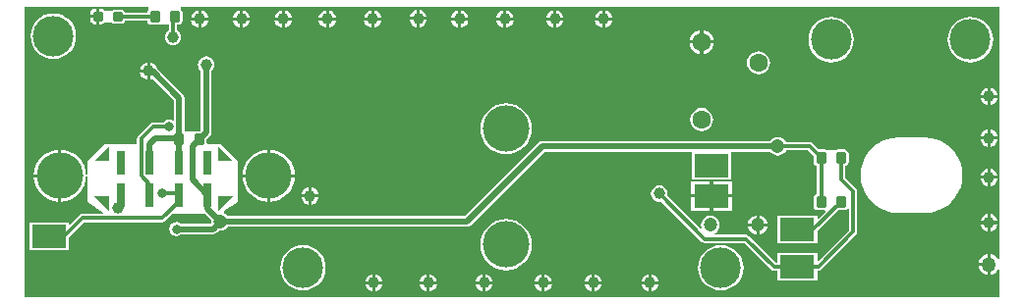
<source format=gtl>
G04 Layer_Physical_Order=1*
G04 Layer_Color=255*
%FSLAX42Y42*%
%MOMM*%
G71*
G01*
G75*
%ADD10R,3.00X2.00*%
G04:AMPARAMS|DCode=11|XSize=0.8mm|YSize=0.8mm|CornerRadius=0.1mm|HoleSize=0mm|Usage=FLASHONLY|Rotation=180.000|XOffset=0mm|YOffset=0mm|HoleType=Round|Shape=RoundedRectangle|*
%AMROUNDEDRECTD11*
21,1,0.80,0.60,0,0,180.0*
21,1,0.60,0.80,0,0,180.0*
1,1,0.20,-0.30,0.30*
1,1,0.20,0.30,0.30*
1,1,0.20,0.30,-0.30*
1,1,0.20,-0.30,-0.30*
%
%ADD11ROUNDEDRECTD11*%
%ADD12R,0.80X2.00*%
G04:AMPARAMS|DCode=13|XSize=1mm|YSize=0.9mm|CornerRadius=0.11mm|HoleSize=0mm|Usage=FLASHONLY|Rotation=90.000|XOffset=0mm|YOffset=0mm|HoleType=Round|Shape=RoundedRectangle|*
%AMROUNDEDRECTD13*
21,1,1.00,0.68,0,0,90.0*
21,1,0.78,0.90,0,0,90.0*
1,1,0.23,0.34,0.39*
1,1,0.23,0.34,-0.39*
1,1,0.23,-0.34,-0.39*
1,1,0.23,-0.34,0.39*
%
%ADD13ROUNDEDRECTD13*%
%ADD14C,0.30*%
%ADD15C,0.50*%
%ADD16C,3.50*%
%ADD17C,1.60*%
%ADD18C,4.00*%
%ADD19C,1.20*%
%ADD20C,1.00*%
%ADD21C,0.80*%
%ADD22C,1.27*%
G36*
X8450Y379D02*
X8439Y375D01*
X8437Y375D01*
X8423Y393D01*
X8405Y408D01*
X8383Y417D01*
X8373Y418D01*
Y330D01*
Y242D01*
X8383Y243D01*
X8405Y252D01*
X8423Y267D01*
X8437Y285D01*
X8439Y285D01*
X8450Y281D01*
Y160D01*
Y50D01*
X8300Y50D01*
X50D01*
Y2550D01*
X1119D01*
X1120Y2548D01*
X1119Y2531D01*
X1112Y2521D01*
X1109Y2509D01*
Y2506D01*
X914D01*
X913Y2512D01*
X907Y2522D01*
X897Y2528D01*
X885Y2531D01*
X825D01*
X813Y2528D01*
X803Y2522D01*
X802Y2520D01*
X744D01*
X741Y2526D01*
X729Y2533D01*
X715Y2536D01*
X698D01*
Y2470D01*
Y2404D01*
X715D01*
X729Y2407D01*
X741Y2414D01*
X744Y2420D01*
X802D01*
X803Y2418D01*
X813Y2412D01*
X825Y2409D01*
X885D01*
X897Y2412D01*
X907Y2418D01*
X913Y2428D01*
X914Y2434D01*
X1109D01*
Y2431D01*
X1112Y2419D01*
X1119Y2409D01*
X1129Y2402D01*
X1141Y2399D01*
X1209D01*
X1219Y2401D01*
X1220Y2400D01*
X1294D01*
Y2351D01*
X1280Y2340D01*
X1269Y2325D01*
X1262Y2308D01*
X1259Y2290D01*
X1262Y2272D01*
X1269Y2255D01*
X1280Y2240D01*
X1295Y2229D01*
X1312Y2222D01*
X1330Y2219D01*
X1348Y2222D01*
X1365Y2229D01*
X1380Y2240D01*
X1391Y2255D01*
X1398Y2272D01*
X1401Y2290D01*
X1398Y2308D01*
X1391Y2325D01*
X1380Y2340D01*
X1366Y2351D01*
Y2399D01*
X1379D01*
X1391Y2402D01*
X1401Y2409D01*
X1408Y2419D01*
X1411Y2431D01*
Y2509D01*
X1408Y2521D01*
X1401Y2531D01*
X1400Y2548D01*
X1401Y2550D01*
X8450Y2550D01*
X8450Y379D01*
D02*
G37*
%LPC*%
G36*
X672Y2536D02*
X655D01*
X641Y2533D01*
X629Y2526D01*
X622Y2514D01*
X619Y2500D01*
Y2483D01*
X672D01*
Y2536D01*
D02*
G37*
G36*
X3455Y2527D02*
Y2465D01*
X3517D01*
X3516Y2472D01*
X3509Y2491D01*
X3496Y2506D01*
X3481Y2519D01*
X3462Y2526D01*
X3455Y2527D01*
D02*
G37*
G36*
X3430D02*
X3423Y2526D01*
X3405Y2519D01*
X3389Y2506D01*
X3377Y2491D01*
X3369Y2472D01*
X3368Y2465D01*
X3430D01*
Y2527D01*
D02*
G37*
G36*
X5053Y2524D02*
Y2463D01*
X5114D01*
X5113Y2470D01*
X5106Y2488D01*
X5094Y2504D01*
X5078Y2516D01*
X5060Y2523D01*
X5053Y2524D01*
D02*
G37*
G36*
X5027D02*
X5020Y2523D01*
X5002Y2516D01*
X4986Y2504D01*
X4974Y2488D01*
X4967Y2470D01*
X4966Y2463D01*
X5027D01*
Y2524D01*
D02*
G37*
G36*
X4633D02*
Y2463D01*
X4694D01*
X4693Y2470D01*
X4686Y2488D01*
X4674Y2504D01*
X4658Y2516D01*
X4640Y2523D01*
X4633Y2524D01*
D02*
G37*
G36*
X4607D02*
X4600Y2523D01*
X4582Y2516D01*
X4566Y2504D01*
X4554Y2488D01*
X4547Y2470D01*
X4546Y2463D01*
X4607D01*
Y2524D01*
D02*
G37*
G36*
X4203D02*
Y2463D01*
X4264D01*
X4263Y2470D01*
X4256Y2488D01*
X4244Y2504D01*
X4228Y2516D01*
X4210Y2523D01*
X4203Y2524D01*
D02*
G37*
G36*
X4177D02*
X4170Y2523D01*
X4152Y2516D01*
X4136Y2504D01*
X4124Y2488D01*
X4117Y2470D01*
X4116Y2463D01*
X4177D01*
Y2524D01*
D02*
G37*
G36*
X3813D02*
Y2463D01*
X3874D01*
X3873Y2470D01*
X3866Y2488D01*
X3854Y2504D01*
X3838Y2516D01*
X3820Y2523D01*
X3813Y2524D01*
D02*
G37*
G36*
X3787D02*
X3780Y2523D01*
X3762Y2516D01*
X3746Y2504D01*
X3734Y2488D01*
X3727Y2470D01*
X3726Y2463D01*
X3787D01*
Y2524D01*
D02*
G37*
G36*
X3063D02*
Y2463D01*
X3124D01*
X3123Y2470D01*
X3116Y2488D01*
X3104Y2504D01*
X3088Y2516D01*
X3070Y2523D01*
X3063Y2524D01*
D02*
G37*
G36*
X3037D02*
X3030Y2523D01*
X3012Y2516D01*
X2996Y2504D01*
X2984Y2488D01*
X2977Y2470D01*
X2976Y2463D01*
X3037D01*
Y2524D01*
D02*
G37*
G36*
X2673D02*
Y2463D01*
X2734D01*
X2733Y2470D01*
X2726Y2488D01*
X2714Y2504D01*
X2698Y2516D01*
X2680Y2523D01*
X2673Y2524D01*
D02*
G37*
G36*
X2647D02*
X2640Y2523D01*
X2622Y2516D01*
X2606Y2504D01*
X2594Y2488D01*
X2587Y2470D01*
X2586Y2463D01*
X2647D01*
Y2524D01*
D02*
G37*
G36*
X2293D02*
Y2463D01*
X2354D01*
X2353Y2470D01*
X2346Y2488D01*
X2334Y2504D01*
X2318Y2516D01*
X2300Y2523D01*
X2293Y2524D01*
D02*
G37*
G36*
X2267D02*
X2260Y2523D01*
X2242Y2516D01*
X2226Y2504D01*
X2214Y2488D01*
X2207Y2470D01*
X2206Y2463D01*
X2267D01*
Y2524D01*
D02*
G37*
G36*
X1933D02*
Y2463D01*
X1994D01*
X1993Y2470D01*
X1986Y2488D01*
X1974Y2504D01*
X1958Y2516D01*
X1940Y2523D01*
X1933Y2524D01*
D02*
G37*
G36*
X1907D02*
X1900Y2523D01*
X1882Y2516D01*
X1866Y2504D01*
X1854Y2488D01*
X1847Y2470D01*
X1846Y2463D01*
X1907D01*
Y2524D01*
D02*
G37*
G36*
X1573D02*
Y2463D01*
X1634D01*
X1633Y2470D01*
X1626Y2488D01*
X1614Y2504D01*
X1598Y2516D01*
X1580Y2523D01*
X1573Y2524D01*
D02*
G37*
G36*
X1547D02*
X1540Y2523D01*
X1522Y2516D01*
X1506Y2504D01*
X1494Y2488D01*
X1487Y2470D01*
X1486Y2463D01*
X1547D01*
Y2524D01*
D02*
G37*
G36*
X672Y2457D02*
X619D01*
Y2440D01*
X622Y2426D01*
X629Y2414D01*
X641Y2407D01*
X655Y2404D01*
X672D01*
Y2457D01*
D02*
G37*
G36*
X3517Y2440D02*
X3455D01*
Y2378D01*
X3462Y2379D01*
X3481Y2387D01*
X3496Y2399D01*
X3509Y2415D01*
X3516Y2433D01*
X3517Y2440D01*
D02*
G37*
G36*
X3430D02*
X3368D01*
X3369Y2433D01*
X3377Y2415D01*
X3389Y2399D01*
X3405Y2387D01*
X3423Y2379D01*
X3430Y2378D01*
Y2440D01*
D02*
G37*
G36*
X5114Y2437D02*
X5053D01*
Y2376D01*
X5060Y2377D01*
X5078Y2384D01*
X5094Y2396D01*
X5106Y2412D01*
X5113Y2430D01*
X5114Y2437D01*
D02*
G37*
G36*
X5027D02*
X4966D01*
X4967Y2430D01*
X4974Y2412D01*
X4986Y2396D01*
X5002Y2384D01*
X5020Y2377D01*
X5027Y2376D01*
Y2437D01*
D02*
G37*
G36*
X4694D02*
X4633D01*
Y2376D01*
X4640Y2377D01*
X4658Y2384D01*
X4674Y2396D01*
X4686Y2412D01*
X4693Y2430D01*
X4694Y2437D01*
D02*
G37*
G36*
X4607D02*
X4546D01*
X4547Y2430D01*
X4554Y2412D01*
X4566Y2396D01*
X4582Y2384D01*
X4600Y2377D01*
X4607Y2376D01*
Y2437D01*
D02*
G37*
G36*
X4264D02*
X4203D01*
Y2376D01*
X4210Y2377D01*
X4228Y2384D01*
X4244Y2396D01*
X4256Y2412D01*
X4263Y2430D01*
X4264Y2437D01*
D02*
G37*
G36*
X4177D02*
X4116D01*
X4117Y2430D01*
X4124Y2412D01*
X4136Y2396D01*
X4152Y2384D01*
X4170Y2377D01*
X4177Y2376D01*
Y2437D01*
D02*
G37*
G36*
X3874D02*
X3813D01*
Y2376D01*
X3820Y2377D01*
X3838Y2384D01*
X3854Y2396D01*
X3866Y2412D01*
X3873Y2430D01*
X3874Y2437D01*
D02*
G37*
G36*
X3787D02*
X3726D01*
X3727Y2430D01*
X3734Y2412D01*
X3746Y2396D01*
X3762Y2384D01*
X3780Y2377D01*
X3787Y2376D01*
Y2437D01*
D02*
G37*
G36*
X3124D02*
X3063D01*
Y2376D01*
X3070Y2377D01*
X3088Y2384D01*
X3104Y2396D01*
X3116Y2412D01*
X3123Y2430D01*
X3124Y2437D01*
D02*
G37*
G36*
X3037D02*
X2976D01*
X2977Y2430D01*
X2984Y2412D01*
X2996Y2396D01*
X3012Y2384D01*
X3030Y2377D01*
X3037Y2376D01*
Y2437D01*
D02*
G37*
G36*
X2734D02*
X2673D01*
Y2376D01*
X2680Y2377D01*
X2698Y2384D01*
X2714Y2396D01*
X2726Y2412D01*
X2733Y2430D01*
X2734Y2437D01*
D02*
G37*
G36*
X2647D02*
X2586D01*
X2587Y2430D01*
X2594Y2412D01*
X2606Y2396D01*
X2622Y2384D01*
X2640Y2377D01*
X2647Y2376D01*
Y2437D01*
D02*
G37*
G36*
X2354D02*
X2293D01*
Y2376D01*
X2300Y2377D01*
X2318Y2384D01*
X2334Y2396D01*
X2346Y2412D01*
X2353Y2430D01*
X2354Y2437D01*
D02*
G37*
G36*
X2267D02*
X2206D01*
X2207Y2430D01*
X2214Y2412D01*
X2226Y2396D01*
X2242Y2384D01*
X2260Y2377D01*
X2267Y2376D01*
Y2437D01*
D02*
G37*
G36*
X1994D02*
X1933D01*
Y2376D01*
X1940Y2377D01*
X1958Y2384D01*
X1974Y2396D01*
X1986Y2412D01*
X1993Y2430D01*
X1994Y2437D01*
D02*
G37*
G36*
X1907D02*
X1846D01*
X1847Y2430D01*
X1854Y2412D01*
X1866Y2396D01*
X1882Y2384D01*
X1900Y2377D01*
X1907Y2376D01*
Y2437D01*
D02*
G37*
G36*
X1634D02*
X1573D01*
Y2376D01*
X1580Y2377D01*
X1598Y2384D01*
X1614Y2396D01*
X1626Y2412D01*
X1633Y2430D01*
X1634Y2437D01*
D02*
G37*
G36*
X1547D02*
X1486D01*
X1487Y2430D01*
X1494Y2412D01*
X1506Y2396D01*
X1522Y2384D01*
X1540Y2377D01*
X1547Y2376D01*
Y2437D01*
D02*
G37*
G36*
X5898Y2355D02*
Y2263D01*
X5990D01*
X5988Y2278D01*
X5977Y2303D01*
X5960Y2325D01*
X5938Y2342D01*
X5913Y2353D01*
X5898Y2355D01*
D02*
G37*
G36*
X5872D02*
X5857Y2353D01*
X5832Y2342D01*
X5810Y2325D01*
X5793Y2303D01*
X5782Y2278D01*
X5780Y2263D01*
X5872D01*
Y2355D01*
D02*
G37*
G36*
X5990Y2237D02*
X5898D01*
Y2145D01*
X5913Y2147D01*
X5938Y2158D01*
X5960Y2175D01*
X5977Y2197D01*
X5988Y2222D01*
X5990Y2237D01*
D02*
G37*
G36*
X5872D02*
X5780D01*
X5782Y2222D01*
X5793Y2197D01*
X5810Y2175D01*
X5832Y2158D01*
X5857Y2147D01*
X5872Y2145D01*
Y2237D01*
D02*
G37*
G36*
X300Y2496D02*
X262Y2492D01*
X225Y2481D01*
X191Y2463D01*
X161Y2439D01*
X137Y2409D01*
X119Y2375D01*
X108Y2338D01*
X104Y2300D01*
X108Y2262D01*
X119Y2225D01*
X137Y2191D01*
X161Y2161D01*
X191Y2137D01*
X225Y2119D01*
X262Y2108D01*
X300Y2104D01*
X338Y2108D01*
X375Y2119D01*
X409Y2137D01*
X439Y2161D01*
X463Y2191D01*
X481Y2225D01*
X492Y2262D01*
X496Y2300D01*
X492Y2338D01*
X481Y2375D01*
X463Y2409D01*
X439Y2439D01*
X409Y2463D01*
X375Y2481D01*
X338Y2492D01*
X300Y2496D01*
D02*
G37*
G36*
X8200Y2466D02*
X8162Y2462D01*
X8125Y2451D01*
X8091Y2433D01*
X8061Y2409D01*
X8037Y2379D01*
X8019Y2345D01*
X8008Y2308D01*
X8004Y2270D01*
X8008Y2232D01*
X8019Y2195D01*
X8037Y2161D01*
X8061Y2131D01*
X8091Y2107D01*
X8125Y2089D01*
X8162Y2078D01*
X8200Y2074D01*
X8238Y2078D01*
X8275Y2089D01*
X8309Y2107D01*
X8339Y2131D01*
X8363Y2161D01*
X8381Y2195D01*
X8392Y2232D01*
X8396Y2270D01*
X8392Y2308D01*
X8381Y2345D01*
X8363Y2379D01*
X8339Y2409D01*
X8309Y2433D01*
X8275Y2451D01*
X8238Y2462D01*
X8200Y2466D01*
D02*
G37*
G36*
X7000D02*
X6962Y2462D01*
X6925Y2451D01*
X6891Y2433D01*
X6861Y2409D01*
X6837Y2379D01*
X6819Y2345D01*
X6808Y2308D01*
X6804Y2270D01*
X6808Y2232D01*
X6819Y2195D01*
X6837Y2161D01*
X6861Y2131D01*
X6891Y2107D01*
X6925Y2089D01*
X6962Y2078D01*
X7000Y2074D01*
X7038Y2078D01*
X7075Y2089D01*
X7109Y2107D01*
X7139Y2131D01*
X7163Y2161D01*
X7181Y2195D01*
X7192Y2232D01*
X7196Y2270D01*
X7192Y2308D01*
X7181Y2345D01*
X7163Y2379D01*
X7139Y2409D01*
X7109Y2433D01*
X7075Y2451D01*
X7038Y2462D01*
X7000Y2466D01*
D02*
G37*
G36*
X1107Y2074D02*
X1100Y2073D01*
X1082Y2066D01*
X1066Y2054D01*
X1054Y2038D01*
X1047Y2020D01*
X1046Y2013D01*
X1107D01*
Y2074D01*
D02*
G37*
G36*
X6375Y2171D02*
X6349Y2167D01*
X6325Y2157D01*
X6304Y2141D01*
X6288Y2120D01*
X6278Y2096D01*
X6274Y2070D01*
X6278Y2044D01*
X6288Y2020D01*
X6304Y1999D01*
X6325Y1983D01*
X6349Y1973D01*
X6375Y1969D01*
X6401Y1973D01*
X6425Y1983D01*
X6446Y1999D01*
X6462Y2020D01*
X6472Y2044D01*
X6476Y2070D01*
X6472Y2096D01*
X6462Y2120D01*
X6446Y2141D01*
X6425Y2157D01*
X6401Y2167D01*
X6375Y2171D01*
D02*
G37*
G36*
X1107Y1987D02*
X1046D01*
X1047Y1980D01*
X1054Y1962D01*
X1066Y1946D01*
X1082Y1934D01*
X1100Y1927D01*
X1107Y1926D01*
Y1987D01*
D02*
G37*
G36*
X8373Y1854D02*
Y1793D01*
X8434D01*
X8433Y1800D01*
X8426Y1818D01*
X8414Y1834D01*
X8398Y1846D01*
X8380Y1853D01*
X8373Y1854D01*
D02*
G37*
G36*
X8347D02*
X8340Y1853D01*
X8322Y1846D01*
X8306Y1834D01*
X8294Y1818D01*
X8287Y1800D01*
X8286Y1793D01*
X8347D01*
Y1854D01*
D02*
G37*
G36*
X8434Y1767D02*
X8373D01*
Y1706D01*
X8380Y1707D01*
X8398Y1714D01*
X8414Y1726D01*
X8426Y1742D01*
X8433Y1760D01*
X8434Y1767D01*
D02*
G37*
G36*
X8347D02*
X8286D01*
X8287Y1760D01*
X8294Y1742D01*
X8306Y1726D01*
X8322Y1714D01*
X8340Y1707D01*
X8347Y1706D01*
Y1767D01*
D02*
G37*
G36*
X5885Y1681D02*
X5859Y1677D01*
X5835Y1667D01*
X5814Y1651D01*
X5798Y1630D01*
X5788Y1606D01*
X5784Y1580D01*
X5788Y1554D01*
X5798Y1530D01*
X5814Y1509D01*
X5835Y1493D01*
X5859Y1483D01*
X5885Y1479D01*
X5911Y1483D01*
X5935Y1493D01*
X5956Y1509D01*
X5972Y1530D01*
X5982Y1554D01*
X5986Y1580D01*
X5982Y1606D01*
X5972Y1630D01*
X5956Y1651D01*
X5935Y1667D01*
X5911Y1677D01*
X5885Y1681D01*
D02*
G37*
G36*
X1615Y2126D02*
X1597Y2123D01*
X1580Y2116D01*
X1565Y2105D01*
X1554Y2090D01*
X1547Y2073D01*
X1544Y2055D01*
X1547Y2037D01*
X1554Y2020D01*
X1565Y2005D01*
X1569Y2002D01*
Y1484D01*
X1566Y1481D01*
X1521D01*
X1511Y1479D01*
X1510Y1480D01*
X1438D01*
X1433Y1483D01*
X1431Y1484D01*
Y1765D01*
X1427Y1783D01*
X1417Y1797D01*
X1192Y2023D01*
X1186Y2038D01*
X1174Y2054D01*
X1158Y2066D01*
X1140Y2073D01*
X1133Y2074D01*
Y2000D01*
Y1926D01*
X1140Y1927D01*
X1153Y1932D01*
X1339Y1746D01*
Y1579D01*
X1328Y1574D01*
X1323Y1577D01*
X1300Y1581D01*
X1277Y1577D01*
X1257Y1563D01*
X1252Y1556D01*
X1160D01*
X1146Y1553D01*
X1135Y1545D01*
X1030Y1440D01*
X1022Y1429D01*
X1019Y1415D01*
Y1371D01*
X740Y1371D01*
X593Y1218D01*
Y1106D01*
X580Y1105D01*
X577Y1139D01*
X564Y1182D01*
X543Y1221D01*
X515Y1255D01*
X481Y1283D01*
X442Y1304D01*
X399Y1317D01*
X368Y1320D01*
Y1095D01*
Y870D01*
X399Y873D01*
X442Y886D01*
X481Y907D01*
X515Y935D01*
X543Y969D01*
X564Y1008D01*
X577Y1051D01*
X580Y1085D01*
X593Y1084D01*
Y872D01*
X728Y778D01*
X724Y766D01*
X550D01*
X536Y763D01*
X525Y755D01*
X442Y672D01*
X430Y677D01*
Y690D01*
X90D01*
Y450D01*
X430D01*
Y560D01*
X565Y694D01*
X1240D01*
X1254Y697D01*
X1265Y705D01*
X1330Y770D01*
X1605Y770D01*
X1661Y714D01*
X1659Y700D01*
X1660Y692D01*
X1651Y681D01*
X1399D01*
X1383Y692D01*
X1360Y696D01*
X1337Y692D01*
X1317Y678D01*
X1303Y658D01*
X1299Y635D01*
X1303Y612D01*
X1317Y592D01*
X1337Y578D01*
X1360Y574D01*
X1383Y578D01*
X1399Y589D01*
X1675D01*
X1693Y593D01*
X1707Y603D01*
X1726Y621D01*
X1740Y619D01*
X1761Y622D01*
X1780Y630D01*
X1797Y643D01*
X1806Y654D01*
X3860D01*
X3878Y658D01*
X3892Y668D01*
X4529Y1304D01*
X5789D01*
X5800Y1300D01*
X5800Y1291D01*
Y1060D01*
X5995D01*
X6000Y1059D01*
X6005Y1060D01*
X6140D01*
Y1291D01*
X6140Y1300D01*
X6151Y1304D01*
X6474D01*
X6483Y1293D01*
X6500Y1280D01*
X6519Y1272D01*
X6540Y1269D01*
X6561Y1272D01*
X6580Y1280D01*
X6597Y1293D01*
X6610Y1310D01*
X6612Y1314D01*
X6800D01*
X6849Y1265D01*
Y1211D01*
X6852Y1199D01*
X6859Y1189D01*
X6869Y1182D01*
X6879Y1180D01*
Y940D01*
X6869Y938D01*
X6859Y931D01*
X6852Y921D01*
X6849Y909D01*
Y831D01*
X6852Y819D01*
X6859Y809D01*
X6869Y802D01*
X6881Y799D01*
X6946D01*
X6950Y793D01*
X6952Y787D01*
X6892Y727D01*
X6880Y732D01*
Y750D01*
X6540D01*
Y510D01*
X6880D01*
Y615D01*
X7065Y799D01*
X7119D01*
X7131Y802D01*
X7141Y809D01*
X7142Y809D01*
X7154Y805D01*
Y625D01*
X6892Y362D01*
X6880Y367D01*
Y430D01*
X6540D01*
Y346D01*
X6525D01*
X6295Y575D01*
X6284Y583D01*
X6270Y586D01*
X5999D01*
X5996Y598D01*
X6000Y600D01*
X6017Y613D01*
X6030Y630D01*
X6038Y649D01*
X6041Y670D01*
X6038Y691D01*
X6030Y710D01*
X6017Y727D01*
X6000Y740D01*
X5981Y748D01*
X5960Y751D01*
X5939Y748D01*
X5920Y740D01*
X5903Y727D01*
X5890Y710D01*
X5882Y691D01*
X5879Y670D01*
X5882Y649D01*
X5884Y644D01*
X5873Y637D01*
X5588Y922D01*
X5591Y940D01*
X5588Y958D01*
X5581Y975D01*
X5570Y990D01*
X5555Y1001D01*
X5538Y1008D01*
X5520Y1011D01*
X5502Y1008D01*
X5485Y1001D01*
X5470Y990D01*
X5459Y975D01*
X5452Y958D01*
X5449Y940D01*
X5452Y922D01*
X5459Y905D01*
X5470Y890D01*
X5485Y879D01*
X5502Y872D01*
X5520Y869D01*
X5538Y872D01*
X5885Y525D01*
X5896Y517D01*
X5910Y514D01*
X6255D01*
X6485Y285D01*
X6496Y277D01*
X6510Y274D01*
X6540D01*
Y190D01*
X6880D01*
Y274D01*
X6890D01*
X6904Y277D01*
X6915Y285D01*
X7215Y585D01*
X7223Y596D01*
X7226Y610D01*
Y960D01*
X7223Y974D01*
X7215Y985D01*
X7121Y1080D01*
Y1180D01*
X7131Y1182D01*
X7141Y1189D01*
X7148Y1199D01*
X7151Y1211D01*
Y1289D01*
X7148Y1301D01*
X7141Y1311D01*
X7131Y1318D01*
X7119Y1321D01*
X7051D01*
X7041Y1319D01*
X7040Y1320D01*
X6960D01*
X6959Y1319D01*
X6949Y1321D01*
X6895D01*
X6840Y1375D01*
X6829Y1383D01*
X6815Y1386D01*
X6612D01*
X6610Y1390D01*
X6597Y1407D01*
X6580Y1420D01*
X6561Y1428D01*
X6540Y1431D01*
X6519Y1428D01*
X6500Y1420D01*
X6483Y1407D01*
X6474Y1396D01*
X4510D01*
X4492Y1392D01*
X4478Y1382D01*
X3841Y746D01*
X1806D01*
X1797Y757D01*
X1780Y770D01*
X1769Y775D01*
X1767Y789D01*
X1887Y872D01*
X1887Y1221D01*
X1737Y1371D01*
X1633Y1371D01*
X1621Y1383D01*
Y1406D01*
X1647Y1433D01*
X1657Y1447D01*
X1661Y1465D01*
Y2002D01*
X1665Y2005D01*
X1676Y2020D01*
X1683Y2037D01*
X1686Y2055D01*
X1683Y2073D01*
X1676Y2090D01*
X1665Y2105D01*
X1650Y2116D01*
X1633Y2123D01*
X1615Y2126D01*
D02*
G37*
G36*
X8373Y1494D02*
Y1433D01*
X8434D01*
X8433Y1440D01*
X8426Y1458D01*
X8414Y1474D01*
X8398Y1486D01*
X8380Y1493D01*
X8373Y1494D01*
D02*
G37*
G36*
X8347D02*
X8340Y1493D01*
X8322Y1486D01*
X8306Y1474D01*
X8294Y1458D01*
X8287Y1440D01*
X8286Y1433D01*
X8347D01*
Y1494D01*
D02*
G37*
G36*
X8434Y1407D02*
X8373D01*
Y1346D01*
X8380Y1347D01*
X8398Y1354D01*
X8414Y1366D01*
X8426Y1382D01*
X8433Y1400D01*
X8434Y1407D01*
D02*
G37*
G36*
X8347D02*
X8286D01*
X8287Y1400D01*
X8294Y1382D01*
X8306Y1366D01*
X8322Y1354D01*
X8340Y1347D01*
X8347Y1346D01*
Y1407D01*
D02*
G37*
G36*
X4200Y1721D02*
X4157Y1717D01*
X4115Y1704D01*
X4077Y1684D01*
X4044Y1656D01*
X4016Y1623D01*
X3996Y1585D01*
X3983Y1543D01*
X3979Y1500D01*
X3983Y1457D01*
X3996Y1415D01*
X4016Y1377D01*
X4044Y1344D01*
X4077Y1316D01*
X4115Y1296D01*
X4157Y1283D01*
X4200Y1279D01*
X4243Y1283D01*
X4285Y1296D01*
X4323Y1316D01*
X4356Y1344D01*
X4384Y1377D01*
X4404Y1415D01*
X4417Y1457D01*
X4421Y1500D01*
X4417Y1543D01*
X4404Y1585D01*
X4384Y1623D01*
X4356Y1656D01*
X4323Y1684D01*
X4285Y1704D01*
X4243Y1717D01*
X4200Y1721D01*
D02*
G37*
G36*
X2168Y1320D02*
Y1108D01*
X2380D01*
X2377Y1139D01*
X2364Y1182D01*
X2343Y1221D01*
X2315Y1255D01*
X2281Y1283D01*
X2242Y1304D01*
X2199Y1317D01*
X2168Y1320D01*
D02*
G37*
G36*
X2142D02*
X2111Y1317D01*
X2068Y1304D01*
X2029Y1283D01*
X1995Y1255D01*
X1967Y1221D01*
X1946Y1182D01*
X1933Y1139D01*
X1930Y1108D01*
X2142D01*
Y1320D01*
D02*
G37*
G36*
X342D02*
X311Y1317D01*
X268Y1304D01*
X229Y1283D01*
X195Y1255D01*
X167Y1221D01*
X146Y1182D01*
X133Y1139D01*
X130Y1108D01*
X342D01*
Y1320D01*
D02*
G37*
G36*
X8373Y1154D02*
Y1093D01*
X8434D01*
X8433Y1100D01*
X8426Y1118D01*
X8414Y1134D01*
X8398Y1146D01*
X8380Y1153D01*
X8373Y1154D01*
D02*
G37*
G36*
X8347D02*
X8340Y1153D01*
X8322Y1146D01*
X8306Y1134D01*
X8294Y1118D01*
X8287Y1100D01*
X8286Y1093D01*
X8347D01*
Y1154D01*
D02*
G37*
G36*
X8434Y1067D02*
X8373D01*
Y1006D01*
X8380Y1007D01*
X8398Y1014D01*
X8414Y1026D01*
X8426Y1042D01*
X8433Y1060D01*
X8434Y1067D01*
D02*
G37*
G36*
X8347D02*
X8286D01*
X8287Y1060D01*
X8294Y1042D01*
X8306Y1026D01*
X8322Y1014D01*
X8340Y1007D01*
X8347Y1006D01*
Y1067D01*
D02*
G37*
G36*
X2523Y994D02*
Y933D01*
X2584D01*
X2583Y940D01*
X2576Y958D01*
X2564Y974D01*
X2548Y986D01*
X2530Y993D01*
X2523Y994D01*
D02*
G37*
G36*
X2497D02*
X2490Y993D01*
X2472Y986D01*
X2456Y974D01*
X2444Y958D01*
X2437Y940D01*
X2436Y933D01*
X2497D01*
Y994D01*
D02*
G37*
G36*
X6145Y1045D02*
X5983D01*
Y933D01*
X6145D01*
Y1045D01*
D02*
G37*
G36*
X5957D02*
X5795D01*
Y933D01*
X5957D01*
Y1045D01*
D02*
G37*
G36*
X2380Y1082D02*
X2168D01*
Y870D01*
X2199Y873D01*
X2242Y886D01*
X2281Y907D01*
X2315Y935D01*
X2343Y969D01*
X2364Y1008D01*
X2377Y1051D01*
X2380Y1082D01*
D02*
G37*
G36*
X2142D02*
X1930D01*
X1933Y1051D01*
X1946Y1008D01*
X1967Y969D01*
X1995Y935D01*
X2029Y907D01*
X2068Y886D01*
X2111Y873D01*
X2142Y870D01*
Y1082D01*
D02*
G37*
G36*
X342D02*
X130D01*
X133Y1051D01*
X146Y1008D01*
X167Y969D01*
X195Y935D01*
X229Y907D01*
X268Y886D01*
X311Y873D01*
X342Y870D01*
Y1082D01*
D02*
G37*
G36*
X2584Y907D02*
X2523D01*
Y846D01*
X2530Y847D01*
X2548Y854D01*
X2564Y866D01*
X2576Y882D01*
X2583Y900D01*
X2584Y907D01*
D02*
G37*
G36*
X2497D02*
X2436D01*
X2437Y900D01*
X2444Y882D01*
X2456Y866D01*
X2472Y854D01*
X2490Y847D01*
X2497Y846D01*
Y907D01*
D02*
G37*
G36*
X6145Y907D02*
X5983D01*
Y795D01*
X6145D01*
Y907D01*
D02*
G37*
G36*
X5957D02*
X5795D01*
Y795D01*
X5957D01*
Y907D01*
D02*
G37*
G36*
X7580Y1426D02*
X7529Y1422D01*
X7479Y1410D01*
X7432Y1390D01*
X7388Y1364D01*
X7349Y1331D01*
X7316Y1292D01*
X7290Y1248D01*
X7270Y1201D01*
X7258Y1151D01*
X7254Y1100D01*
X7258Y1049D01*
X7270Y999D01*
X7290Y952D01*
X7316Y908D01*
X7349Y869D01*
X7388Y836D01*
X7432Y810D01*
X7479Y790D01*
X7529Y778D01*
X7580Y774D01*
Y775D01*
X7582Y775D01*
X7802D01*
X7807Y774D01*
Y774D01*
X7858Y778D01*
X7907Y789D01*
X7955Y809D01*
X7998Y836D01*
X8037Y869D01*
X8070Y908D01*
X8097Y952D01*
X8117Y999D01*
X8129Y1049D01*
X8133Y1100D01*
X8129Y1151D01*
X8117Y1200D01*
X8097Y1248D01*
X8070Y1291D01*
X8037Y1330D01*
X7998Y1363D01*
X7955Y1390D01*
X7907Y1410D01*
X7858Y1422D01*
X7807Y1426D01*
Y1425D01*
X7580D01*
Y1426D01*
D02*
G37*
G36*
X8373Y764D02*
Y703D01*
X8434D01*
X8433Y710D01*
X8426Y728D01*
X8414Y744D01*
X8398Y756D01*
X8380Y763D01*
X8373Y764D01*
D02*
G37*
G36*
X8347D02*
X8340Y763D01*
X8322Y756D01*
X8306Y744D01*
X8294Y728D01*
X8287Y710D01*
X8286Y703D01*
X8347D01*
Y764D01*
D02*
G37*
G36*
X6383Y754D02*
Y683D01*
X6454D01*
X6453Y692D01*
X6445Y713D01*
X6431Y731D01*
X6413Y745D01*
X6392Y753D01*
X6383Y754D01*
D02*
G37*
G36*
X6357D02*
X6348Y753D01*
X6327Y745D01*
X6309Y731D01*
X6295Y713D01*
X6287Y692D01*
X6286Y683D01*
X6357D01*
Y754D01*
D02*
G37*
G36*
X8434Y677D02*
X8373D01*
Y616D01*
X8380Y617D01*
X8398Y624D01*
X8414Y636D01*
X8426Y652D01*
X8433Y670D01*
X8434Y677D01*
D02*
G37*
G36*
X8347D02*
X8286D01*
X8287Y670D01*
X8294Y652D01*
X8306Y636D01*
X8322Y624D01*
X8340Y617D01*
X8347Y616D01*
Y677D01*
D02*
G37*
G36*
X6454Y657D02*
X6383D01*
Y586D01*
X6392Y587D01*
X6413Y595D01*
X6431Y609D01*
X6445Y627D01*
X6453Y648D01*
X6454Y657D01*
D02*
G37*
G36*
X6357D02*
X6286D01*
X6287Y648D01*
X6295Y627D01*
X6309Y609D01*
X6327Y595D01*
X6348Y587D01*
X6357Y586D01*
Y657D01*
D02*
G37*
G36*
X8347Y418D02*
X8337Y417D01*
X8315Y408D01*
X8297Y393D01*
X8282Y375D01*
X8273Y353D01*
X8272Y343D01*
X8347D01*
Y418D01*
D02*
G37*
G36*
X4200Y721D02*
X4157Y717D01*
X4115Y704D01*
X4077Y684D01*
X4044Y656D01*
X4016Y623D01*
X3996Y585D01*
X3983Y543D01*
X3979Y500D01*
X3983Y457D01*
X3996Y415D01*
X4016Y377D01*
X4044Y344D01*
X4077Y316D01*
X4115Y296D01*
X4157Y283D01*
X4200Y279D01*
X4243Y283D01*
X4285Y296D01*
X4323Y316D01*
X4356Y344D01*
X4384Y377D01*
X4404Y415D01*
X4417Y457D01*
X4421Y500D01*
X4417Y543D01*
X4404Y585D01*
X4384Y623D01*
X4356Y656D01*
X4323Y684D01*
X4285Y704D01*
X4243Y717D01*
X4200Y721D01*
D02*
G37*
G36*
X8347Y317D02*
X8272D01*
X8273Y307D01*
X8282Y285D01*
X8297Y267D01*
X8315Y252D01*
X8337Y243D01*
X8347Y242D01*
Y317D01*
D02*
G37*
G36*
X5453Y244D02*
Y183D01*
X5514D01*
X5513Y190D01*
X5506Y208D01*
X5494Y224D01*
X5478Y236D01*
X5460Y243D01*
X5453Y244D01*
D02*
G37*
G36*
X5427D02*
X5420Y243D01*
X5402Y236D01*
X5386Y224D01*
X5374Y208D01*
X5367Y190D01*
X5366Y183D01*
X5427D01*
Y244D01*
D02*
G37*
G36*
X4963D02*
Y183D01*
X5024D01*
X5023Y190D01*
X5016Y208D01*
X5004Y224D01*
X4988Y236D01*
X4970Y243D01*
X4963Y244D01*
D02*
G37*
G36*
X4937D02*
X4930Y243D01*
X4912Y236D01*
X4896Y224D01*
X4884Y208D01*
X4877Y190D01*
X4876Y183D01*
X4937D01*
Y244D01*
D02*
G37*
G36*
X4533D02*
Y183D01*
X4594D01*
X4593Y190D01*
X4586Y208D01*
X4574Y224D01*
X4558Y236D01*
X4540Y243D01*
X4533Y244D01*
D02*
G37*
G36*
X4507D02*
X4500Y243D01*
X4482Y236D01*
X4466Y224D01*
X4454Y208D01*
X4447Y190D01*
X4446Y183D01*
X4507D01*
Y244D01*
D02*
G37*
G36*
X4023D02*
Y183D01*
X4084D01*
X4083Y190D01*
X4076Y208D01*
X4064Y224D01*
X4048Y236D01*
X4030Y243D01*
X4023Y244D01*
D02*
G37*
G36*
X3997D02*
X3990Y243D01*
X3972Y236D01*
X3956Y224D01*
X3944Y208D01*
X3937Y190D01*
X3936Y183D01*
X3997D01*
Y244D01*
D02*
G37*
G36*
X3543D02*
Y183D01*
X3604D01*
X3603Y190D01*
X3596Y208D01*
X3584Y224D01*
X3568Y236D01*
X3550Y243D01*
X3543Y244D01*
D02*
G37*
G36*
X3517D02*
X3510Y243D01*
X3492Y236D01*
X3476Y224D01*
X3464Y208D01*
X3457Y190D01*
X3456Y183D01*
X3517D01*
Y244D01*
D02*
G37*
G36*
X3073D02*
Y183D01*
X3134D01*
X3133Y190D01*
X3126Y208D01*
X3114Y224D01*
X3098Y236D01*
X3080Y243D01*
X3073Y244D01*
D02*
G37*
G36*
X3047D02*
X3040Y243D01*
X3022Y236D01*
X3006Y224D01*
X2994Y208D01*
X2987Y190D01*
X2986Y183D01*
X3047D01*
Y244D01*
D02*
G37*
G36*
X6050Y496D02*
X6012Y492D01*
X5975Y481D01*
X5941Y463D01*
X5911Y439D01*
X5887Y409D01*
X5869Y375D01*
X5858Y338D01*
X5854Y300D01*
X5858Y262D01*
X5869Y225D01*
X5887Y191D01*
X5911Y161D01*
X5941Y137D01*
X5975Y119D01*
X6012Y108D01*
X6050Y104D01*
X6088Y108D01*
X6125Y119D01*
X6159Y137D01*
X6189Y161D01*
X6213Y191D01*
X6231Y225D01*
X6242Y262D01*
X6246Y300D01*
X6242Y338D01*
X6231Y375D01*
X6213Y409D01*
X6189Y439D01*
X6159Y463D01*
X6125Y481D01*
X6088Y492D01*
X6050Y496D01*
D02*
G37*
G36*
X2450D02*
X2412Y492D01*
X2375Y481D01*
X2341Y463D01*
X2311Y439D01*
X2287Y409D01*
X2269Y375D01*
X2258Y338D01*
X2254Y300D01*
X2258Y262D01*
X2269Y225D01*
X2287Y191D01*
X2311Y161D01*
X2341Y137D01*
X2375Y119D01*
X2412Y108D01*
X2450Y104D01*
X2488Y108D01*
X2525Y119D01*
X2559Y137D01*
X2589Y161D01*
X2613Y191D01*
X2631Y225D01*
X2642Y262D01*
X2646Y300D01*
X2642Y338D01*
X2631Y375D01*
X2613Y409D01*
X2589Y439D01*
X2559Y463D01*
X2525Y481D01*
X2488Y492D01*
X2450Y496D01*
D02*
G37*
G36*
X5514Y157D02*
X5453D01*
Y96D01*
X5460Y97D01*
X5478Y104D01*
X5494Y116D01*
X5506Y132D01*
X5513Y150D01*
X5514Y157D01*
D02*
G37*
G36*
X5427D02*
X5366D01*
X5367Y150D01*
X5374Y132D01*
X5386Y116D01*
X5402Y104D01*
X5420Y97D01*
X5427Y96D01*
Y157D01*
D02*
G37*
G36*
X5024D02*
X4963D01*
Y96D01*
X4970Y97D01*
X4988Y104D01*
X5004Y116D01*
X5016Y132D01*
X5023Y150D01*
X5024Y157D01*
D02*
G37*
G36*
X4937D02*
X4876D01*
X4877Y150D01*
X4884Y132D01*
X4896Y116D01*
X4912Y104D01*
X4930Y97D01*
X4937Y96D01*
Y157D01*
D02*
G37*
G36*
X4594D02*
X4533D01*
Y96D01*
X4540Y97D01*
X4558Y104D01*
X4574Y116D01*
X4586Y132D01*
X4593Y150D01*
X4594Y157D01*
D02*
G37*
G36*
X4507D02*
X4446D01*
X4447Y150D01*
X4454Y132D01*
X4466Y116D01*
X4482Y104D01*
X4500Y97D01*
X4507Y96D01*
Y157D01*
D02*
G37*
G36*
X4084D02*
X4023D01*
Y96D01*
X4030Y97D01*
X4048Y104D01*
X4064Y116D01*
X4076Y132D01*
X4083Y150D01*
X4084Y157D01*
D02*
G37*
G36*
X3997D02*
X3936D01*
X3937Y150D01*
X3944Y132D01*
X3956Y116D01*
X3972Y104D01*
X3990Y97D01*
X3997Y96D01*
Y157D01*
D02*
G37*
G36*
X3604D02*
X3543D01*
Y96D01*
X3550Y97D01*
X3568Y104D01*
X3584Y116D01*
X3596Y132D01*
X3603Y150D01*
X3604Y157D01*
D02*
G37*
G36*
X3517D02*
X3456D01*
X3457Y150D01*
X3464Y132D01*
X3476Y116D01*
X3492Y104D01*
X3510Y97D01*
X3517Y96D01*
Y157D01*
D02*
G37*
G36*
X3134D02*
X3073D01*
Y96D01*
X3080Y97D01*
X3098Y104D01*
X3114Y116D01*
X3126Y132D01*
X3133Y150D01*
X3134Y157D01*
D02*
G37*
G36*
X3047D02*
X2986D01*
X2987Y150D01*
X2994Y132D01*
X3006Y116D01*
X3022Y104D01*
X3040Y97D01*
X3047Y96D01*
Y157D01*
D02*
G37*
%LPD*%
G36*
X1847Y1220D02*
X1720D01*
Y1347D01*
X1847Y1220D01*
D02*
G37*
G36*
X780D02*
X653D01*
X780Y1347D01*
Y1220D01*
D02*
G37*
G36*
X1720Y793D02*
Y920D01*
X1847D01*
X1720Y793D01*
D02*
G37*
G36*
X780D02*
X653Y920D01*
X780D01*
Y793D01*
D02*
G37*
D10*
X260Y570D02*
D03*
X5970Y1180D02*
D03*
Y920D02*
D03*
X6710Y630D02*
D03*
Y310D02*
D03*
D11*
X855Y2470D02*
D03*
X685D02*
D03*
D12*
X880Y1210D02*
D03*
X1130D02*
D03*
X1380D02*
D03*
X1630D02*
D03*
Y930D02*
D03*
X1380D02*
D03*
X1130D02*
D03*
X880D02*
D03*
D13*
X1175Y2470D02*
D03*
X1345D02*
D03*
X1385Y1410D02*
D03*
X1555D02*
D03*
X6915Y870D02*
D03*
X7085D02*
D03*
X6915Y1250D02*
D03*
X7085D02*
D03*
D14*
X550Y730D02*
X1240D01*
X1380Y870D01*
X390Y570D02*
X550Y730D01*
X260Y570D02*
X390D01*
X1380Y870D02*
Y930D01*
X855Y2470D02*
X1175D01*
X1175Y2470D01*
X1330Y2290D02*
Y2455D01*
X1345Y2470D01*
X1240Y940D02*
X1370D01*
X1380Y930D01*
X1130D02*
Y1020D01*
X1055Y1095D02*
X1130Y1020D01*
X1055Y1095D02*
Y1415D01*
X1160Y1520D01*
X1300D01*
X6540Y1350D02*
X6815D01*
X6915Y1250D01*
Y870D02*
Y1250D01*
X6845Y630D02*
X7085Y870D01*
X6710Y630D02*
X6845D01*
X7085Y1065D02*
Y1250D01*
Y1065D02*
X7190Y960D01*
Y610D02*
Y960D01*
X6890Y310D02*
X7190Y610D01*
X6710Y310D02*
X6890D01*
X5520Y940D02*
X5910Y550D01*
X6270D01*
X6510Y310D01*
X6710D01*
D15*
X1630Y810D02*
X1740Y700D01*
X1630Y810D02*
Y930D01*
X1360Y635D02*
X1675D01*
X1740Y700D01*
X1500Y1060D02*
X1630Y930D01*
X1740Y700D02*
X3860D01*
X4510Y1350D01*
X6540D01*
X1130Y1210D02*
Y1365D01*
X1180Y1415D01*
X1615Y1465D02*
Y2055D01*
X1500Y1350D02*
X1615Y1465D01*
X1500Y1060D02*
Y1350D01*
X1380Y1210D02*
Y1415D01*
X1180D02*
X1380D01*
X1385Y1410D02*
Y1765D01*
X1150Y2000D02*
X1385Y1765D01*
X1120Y2000D02*
X1150D01*
D16*
X6050Y300D02*
D03*
X2450D02*
D03*
X7000Y2270D02*
D03*
X8200D02*
D03*
X300Y2300D02*
D03*
D17*
X6375Y2070D02*
D03*
X5885Y2250D02*
D03*
Y1580D02*
D03*
D18*
X355Y1095D02*
D03*
X2155D02*
D03*
X4200Y500D02*
D03*
Y1500D02*
D03*
D19*
X5960Y670D02*
D03*
X6370Y670D02*
D03*
X1740Y700D02*
D03*
X6540Y1350D02*
D03*
D20*
X860Y820D02*
D03*
X5880Y1180D02*
D03*
X6000Y1130D02*
D03*
X1330Y2290D02*
D03*
X5520Y940D02*
D03*
X2510Y920D02*
D03*
X8360Y1780D02*
D03*
Y1420D02*
D03*
Y1080D02*
D03*
Y690D02*
D03*
X5440Y170D02*
D03*
X4950D02*
D03*
X4520D02*
D03*
X4010D02*
D03*
X3530D02*
D03*
X3060D02*
D03*
X3443Y2453D02*
D03*
X3800Y2450D02*
D03*
X4190D02*
D03*
X4620D02*
D03*
X5040D02*
D03*
X3050D02*
D03*
X2660D02*
D03*
X2280D02*
D03*
X1920D02*
D03*
X1560D02*
D03*
X1615Y2055D02*
D03*
X1120Y2000D02*
D03*
X6670Y620D02*
D03*
D21*
X1360Y635D02*
D03*
X1240Y940D02*
D03*
X1300Y1520D02*
D03*
D22*
X8360Y330D02*
D03*
M02*

</source>
